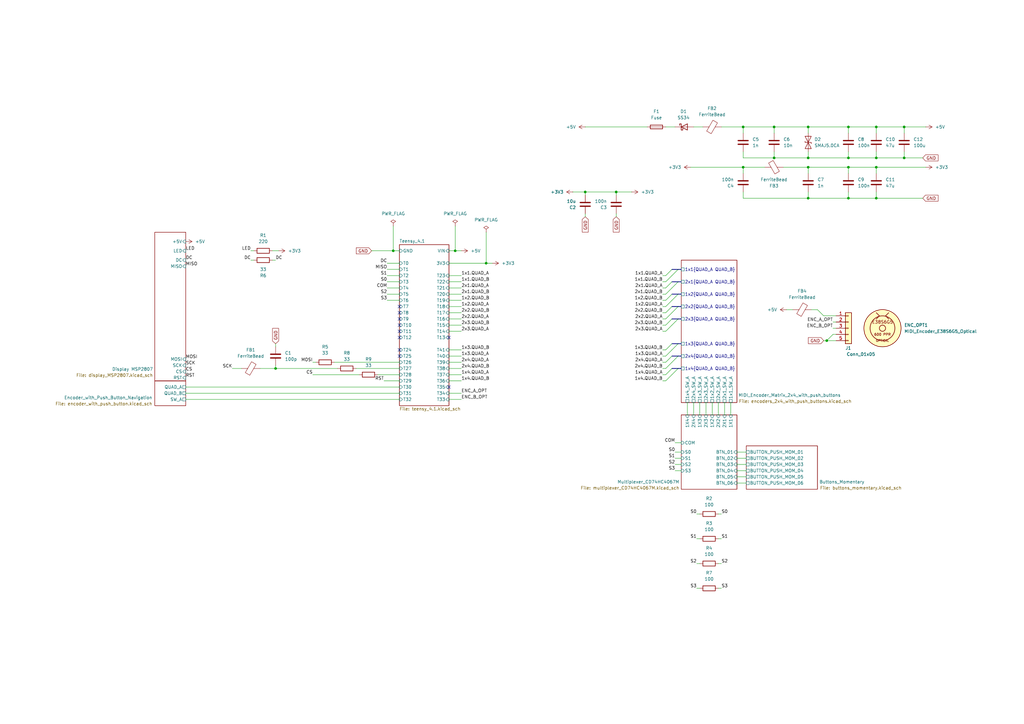
<source format=kicad_sch>
(kicad_sch (version 20250114) (generator "eeschema") (generator_version "9.0")
  (paper "A3")
  (title_block (title "PCB Principal - Contrôleur MIDI") (rev "v1.0"))
  (lib_symbols
    (symbol "Connector_Generic:Conn_01x05" (pin_names (offset 1.016) (hide yes))
      (property "Reference" "J" (at 0 7.62 0))
      (property "Value" "Conn_01x05" (at 0 -7.62 0))
      (symbol "Conn_01x05_1_1"
        (rectangle (start -1.27 6.35) (end 1.27 -6.35) (stroke (width 0.254)) (fill (type background)))
        (rectangle (start -1.27 5.207) (end 0 4.953) (stroke (width 0.1524)))
        (rectangle (start -1.27 2.667) (end 0 2.413) (stroke (width 0.1524)))
        (rectangle (start -1.27 0.127) (end 0 -0.127) (stroke (width 0.1524)))
        (rectangle (start -1.27 -2.413) (end 0 -2.667) (stroke (width 0.1524)))
        (rectangle (start -1.27 -4.953) (end 0 -5.207) (stroke (width 0.1524)))
        (pin passive line (at -5.08 5.08 0) (length 3.81) (name "Pin_1") (number "1"))
        (pin passive line (at -5.08 2.54 0) (length 3.81) (name "Pin_2") (number "2"))
        (pin passive line (at -5.08 0 0) (length 3.81) (name "Pin_3") (number "3"))
        (pin passive line (at -5.08 -2.54 0) (length 3.81) (name "Pin_4") (number "4"))
        (pin passive line (at -5.08 -5.08 0) (length 3.81) (name "Pin_5") (number "5"))
      )
    )
    (symbol "Device:C" (pin_numbers (hide yes)) (pin_names (offset 0.254))
      (property "Reference" "C" (at 0.635 2.54 0))
      (property "Value" "C" (at 0.635 -2.54 0))
      (symbol "C_0_1"
        (polyline (pts (xy -2.032 0.762) (xy 2.032 0.762)) (stroke (width 0.508)))
        (polyline (pts (xy -2.032 -0.762) (xy 2.032 -0.762)) (stroke (width 0.508)))
      )
      (symbol "C_1_1"
        (pin passive line (at 0 3.81 270) (length 2.794) (name "~") (number "1"))
        (pin passive line (at 0 -3.81 90) (length 2.794) (name "~") (number "2"))
      )
    )
    (symbol "Device:FerriteBead" (pin_numbers (hide yes)) (pin_names (offset 0))
      (property "Reference" "FB" (at -3.81 0.635 90))
      (property "Value" "FerriteBead" (at 3.81 0 90))
      (symbol "FerriteBead_0_1"
        (polyline (pts (xy -2.7686 0.4064) (xy -1.7018 2.2606) (xy 2.7686 -0.3048) (xy 1.6764 -2.159) (xy -2.7686 0.4064)))
        (polyline (pts (xy 0 1.27) (xy 0 1.2954)))
        (polyline (pts (xy 0 -1.27) (xy 0 -1.2192)))
      )
      (symbol "FerriteBead_1_1"
        (pin passive line (at 0 3.81 270) (length 2.54) (name "~") (number "1"))
        (pin passive line (at 0 -3.81 90) (length 2.54) (name "~") (number "2"))
      )
    )
    (symbol "Device:Fuse" (pin_numbers (hide yes)) (pin_names (offset 0))
      (property "Reference" "F" (at 2.032 0 90))
      (property "Value" "Fuse" (at -1.905 0 90))
      (symbol "Fuse_0_1"
        (rectangle (start -0.762 -2.54) (end 0.762 2.54) (stroke (width 0.254)))
        (polyline (pts (xy 0 2.54) (xy 0 -2.54)))
      )
      (symbol "Fuse_1_1"
        (pin passive line (at 0 3.81 270) (length 1.27) (name "~") (number "1"))
        (pin passive line (at 0 -3.81 90) (length 1.27) (name "~") (number "2"))
      )
    )
    (symbol "Device:R" (pin_numbers (hide yes)) (pin_names (offset 0))
      (property "Reference" "R" (at 2.032 0 90))
      (property "Value" "R" (at 0 0 90))
      (symbol "R_0_1"
        (rectangle (start -1.016 -2.54) (end 1.016 2.54) (stroke (width 0.254)))
      )
      (symbol "R_1_1"
        (pin passive line (at 0 3.81 270) (length 1.27) (name "~") (number "1"))
        (pin passive line (at 0 -3.81 90) (length 1.27) (name "~") (number "2"))
      )
    )
    (symbol "Diode:SMAJ5.0CA" (pin_numbers (hide yes)) (pin_names (offset 1.016) (hide yes))
      (property "Reference" "D" (at 0 2.54 0))
      (property "Value" "SMAJ5.0CA" (at 0 -2.54 0))
      (symbol "SMAJ5.0CA_0_1"
        (polyline (pts (xy -2.54 -1.27) (xy 0 0) (xy -2.54 1.27) (xy -2.54 -1.27)) (stroke (width 0.2032)))
        (polyline (pts (xy 0.508 1.27) (xy 0 1.27) (xy 0 -1.27) (xy -0.508 -1.27)) (stroke (width 0.2032)))
        (polyline (pts (xy 1.27 0) (xy -1.27 0)))
        (polyline (pts (xy 2.54 1.27) (xy 2.54 -1.27) (xy 0 0) (xy 2.54 1.27)) (stroke (width 0.2032)))
      )
      (symbol "SMAJ5.0CA_1_1"
        (pin passive line (at -3.81 0 0) (length 2.54) (name "A1") (number "1"))
        (pin passive line (at 3.81 0 180) (length 2.54) (name "A2") (number "2"))
      )
    )
    (symbol "Diode:SS34" (pin_numbers (hide yes)) (pin_names (offset 1.016) (hide yes))
      (property "Reference" "D" (at 0 2.54 0))
      (property "Value" "SS34" (at 0 -2.54 0))
      (symbol "SS34_0_1"
        (polyline (pts (xy -1.905 0.635) (xy -1.905 1.27) (xy -1.27 1.27) (xy -1.27 -1.27) (xy -0.635 -1.27) (xy -0.635 -0.635)) (stroke (width 0.254)))
        (polyline (pts (xy 1.27 1.27) (xy 1.27 -1.27) (xy -1.27 0) (xy 1.27 1.27)) (stroke (width 0.254)))
        (polyline (pts (xy 1.27 0) (xy -1.27 0)))
      )
      (symbol "SS34_1_1"
        (pin passive line (at -3.81 0 0) (length 2.54) (name "K") (number "1"))
        (pin passive line (at 3.81 0 180) (length 2.54) (name "A") (number "2"))
      )
    )
    (symbol "PCM_4ms_Power-symbol:PWR_FLAG" (power) (pin_numbers (hide yes)) (pin_names (offset 0) (hide yes))
      (property "Value" "PWR_FLAG" (at 0 3.81 0))
      (symbol "PWR_FLAG_0_0"
        (pin power_out line (at 0 0 90) (length 0) (name "pwr") (number "1"))
      )
      (symbol "PWR_FLAG_0_1"
        (polyline (pts (xy 0 0) (xy 0 1.27) (xy -1.016 1.905) (xy 0 2.54) (xy 1.016 1.905) (xy 0 1.27)))
      )
    )
    (symbol "midi_controller:MIDI_Encoder_E38S6G5_Optical" (pin_numbers (hide yes)) (pin_names (offset 1.016) (hide yes))
      (property "Reference" "ENC_OPT" (at 0 27.432 0))
      (property "Value" "MIDI_Encoder_E38S6G5_Optical" (at 0 24.892 0))
      (symbol "MIDI_Encoder_E38S6G5_Optical_0_1"
        (polyline (pts (xy -2.54 6.35) (xy -1.27 5.08) (xy -2.54 3.81)) (stroke (width 0.254)))
        (circle (center 0 0) (radius 1.27) (stroke (width 0.254)))
        (circle (center 0 0) (radius 5.08) (stroke (width 0.254)))
        (circle (center 0 0) (radius 7.62) (stroke (width 0.254)) (fill (type background)))
        (polyline (pts (xy 2.54 6.35) (xy 1.27 5.08) (xy 2.54 3.81)) (stroke (width 0.254)))
        (text "E38S6G5" (at 0 2.54 0) (effects (font (size 1.27 1.27))))
        (text "600 PPR" (at 0 -2.54 0) (effects (font (size 1.016 1.016))))
        (text "OPTICAL" (at 0 -5.08 0) (effects (font (size 0.889 0.889))))
      )
    )
    (symbol "power:+3V3" (power) (pin_numbers (hide yes)) (pin_names (offset 0) (hide yes))
      (property "Value" "+3V3" (at 0 3.556 0))
      (symbol "+3V3_0_1"
        (polyline (pts (xy -0.762 1.27) (xy 0 2.54)))
        (polyline (pts (xy 0 2.54) (xy 0.762 1.27)))
        (polyline (pts (xy 0 0) (xy 0 2.54)))
      )
      (symbol "+3V3_1_1"
        (pin power_in line (at 0 0 90) (length 0) (name "~") (number "1"))
      )
    )
    (symbol "power:+5V" (power) (pin_numbers (hide yes)) (pin_names (offset 0) (hide yes))
      (property "Value" "+5V" (at 0 3.556 0))
      (symbol "+5V_0_1"
        (polyline (pts (xy -0.762 1.27) (xy 0 2.54)))
        (polyline (pts (xy 0 2.54) (xy 0.762 1.27)))
        (polyline (pts (xy 0 0) (xy 0 2.54)))
      )
      (symbol "+5V_1_1"
        (pin power_in line (at 0 0 90) (length 0) (name "~") (number "1"))
      )
    )
  )
  (junction (at 331.47 64.77))
  (junction (at 359.41 52.07))
  (junction (at 359.41 81.28))
  (junction (at 240.03 78.74))
  (junction (at 347.98 81.28))
  (junction (at 370.84 64.77))
  (junction (at 347.98 64.77))
  (junction (at 186.69 102.87))
  (junction (at 317.5 64.77))
  (junction (at 317.5 52.07))
  (junction (at 252.73 78.74))
  (junction (at 347.98 68.58))
  (junction (at 331.47 52.07))
  (junction (at 359.41 68.58))
  (junction (at 359.41 64.77))
  (junction (at 370.84 52.07))
  (junction (at 331.47 81.28))
  (junction (at 339.09 139.7))
  (junction (at 199.39 107.95))
  (junction (at 331.47 68.58))
  (junction (at 304.8 52.07))
  (junction (at 347.98 52.07))
  (junction (at 304.8 68.58))
  (junction (at 161.29 102.87))
  (junction (at 113.03 151.13))
  (no_connect (at 184.15 138.43))
  (no_connect (at 163.83 128.27))
  (no_connect (at 163.83 146.05))
  (no_connect (at 184.15 158.75))
  (no_connect (at 163.83 135.89))
  (no_connect (at 163.83 133.35))
  (no_connect (at 163.83 130.81))
  (no_connect (at 163.83 143.51))
  (no_connect (at 163.83 138.43))
  (no_connect (at 163.83 125.73))
  (bus_entry (at 278.13 125.73) (size -2.54 2.54))
  (bus_entry (at 278.13 146.05) (size -2.54 2.54))
  (bus_entry (at 275.59 151.13) (size -2.54 2.54))
  (bus_entry (at 278.13 120.65) (size -2.54 2.54))
  (bus_entry (at 275.59 125.73) (size -2.54 2.54))
  (bus_entry (at 278.13 110.49) (size -2.54 2.54))
  (bus_entry (at 275.59 146.05) (size -2.54 2.54))
  (bus_entry (at 278.13 151.13) (size -2.54 2.54))
  (bus_entry (at 278.13 140.97) (size -2.54 2.54))
  (bus_entry (at 275.59 115.57) (size -2.54 2.54))
  (bus_entry (at 278.13 130.81) (size -2.54 2.54))
  (bus_entry (at 275.59 120.65) (size -2.54 2.54))
  (bus_entry (at 275.59 140.97) (size -2.54 2.54))
  (bus_entry (at 275.59 130.81) (size -2.54 2.54))
  (bus_entry (at 278.13 115.57) (size -2.54 2.54))
  (bus_entry (at 275.59 110.49) (size -2.54 2.54))
  (wire (pts (xy 337.82 139.7) (xy 339.09 139.7)))
  (wire (pts (xy 275.59 153.67) (xy 273.05 156.21)))
  (bus (pts (xy 278.13 110.49) (xy 279.4 110.49)))
  (wire (pts (xy 271.78 153.67) (xy 273.05 153.67)))
  (wire (pts (xy 158.75 110.49) (xy 163.83 110.49)))
  (wire (pts (xy 158.75 113.03) (xy 163.83 113.03)))
  (wire (pts (xy 199.39 95.25) (xy 199.39 107.95)))
  (wire (pts (xy 276.86 193.04) (xy 279.4 193.04)))
  (wire (pts (xy 114.3 102.87) (xy 111.76 102.87)))
  (wire (pts (xy 184.15 107.95) (xy 199.39 107.95)))
  (wire (pts (xy 304.8 68.58) (xy 304.8 71.12)))
  (wire (pts (xy 158.75 123.19) (xy 163.83 123.19)))
  (wire (pts (xy 341.63 132.08) (xy 342.9 132.08)))
  (wire (pts (xy 275.59 133.35) (xy 273.05 135.89)))
  (wire (pts (xy 370.84 64.77) (xy 378.46 64.77)))
  (wire (pts (xy 347.98 62.23) (xy 347.98 64.77)))
  (wire (pts (xy 302.26 195.58) (xy 306.07 195.58)))
  (wire (pts (xy 273.05 52.07) (xy 276.86 52.07)))
  (wire (pts (xy 332.74 127) (xy 335.28 127)))
  (wire (pts (xy 271.78 115.57) (xy 273.05 115.57)))
  (wire (pts (xy 113.03 151.13) (xy 138.43 151.13)))
  (wire (pts (xy 331.47 64.77) (xy 347.98 64.77)))
  (wire (pts (xy 271.78 135.89) (xy 273.05 135.89)))
  (wire (pts (xy 335.28 127) (xy 337.82 129.54)))
  (wire (pts (xy 184.15 151.13) (xy 189.23 151.13)))
  (wire (pts (xy 317.5 52.07) (xy 331.47 52.07)))
  (wire (pts (xy 186.69 102.87) (xy 189.23 102.87)))
  (wire (pts (xy 302.26 193.04) (xy 306.07 193.04)))
  (wire (pts (xy 240.03 80.01) (xy 240.03 78.74)))
  (wire (pts (xy 158.75 118.11) (xy 163.83 118.11)))
  (wire (pts (xy 304.8 68.58) (xy 313.69 68.58)))
  (wire (pts (xy 76.2 158.75) (xy 163.83 158.75)))
  (wire (pts (xy 359.41 62.23) (xy 359.41 64.77)))
  (bus (pts (xy 275.59 120.65) (xy 278.13 120.65)))
  (bus (pts (xy 275.59 151.13) (xy 278.13 151.13)))
  (wire (pts (xy 317.5 62.23) (xy 317.5 64.77)))
  (wire (pts (xy 302.26 185.42) (xy 306.07 185.42)))
  (wire (pts (xy 337.82 129.54) (xy 342.9 129.54)))
  (wire (pts (xy 370.84 62.23) (xy 370.84 64.77)))
  (wire (pts (xy 341.63 134.62) (xy 342.9 134.62)))
  (wire (pts (xy 289.56 165.1) (xy 289.56 170.18)))
  (wire (pts (xy 359.41 68.58) (xy 379.73 68.58)))
  (wire (pts (xy 317.5 52.07) (xy 317.5 54.61)))
  (wire (pts (xy 283.21 68.58) (xy 304.8 68.58)))
  (wire (pts (xy 113.03 106.68) (xy 111.76 106.68)))
  (wire (pts (xy 271.78 133.35) (xy 273.05 133.35)))
  (wire (pts (xy 341.63 137.16) (xy 339.09 139.7)))
  (wire (pts (xy 271.78 113.03) (xy 273.05 113.03)))
  (wire (pts (xy 271.78 151.13) (xy 273.05 151.13)))
  (wire (pts (xy 285.75 241.3) (xy 287.02 241.3)))
  (wire (pts (xy 370.84 52.07) (xy 370.84 54.61)))
  (wire (pts (xy 331.47 78.74) (xy 331.47 81.28)))
  (bus (pts (xy 278.13 120.65) (xy 279.4 120.65)))
  (wire (pts (xy 285.75 231.14) (xy 287.02 231.14)))
  (wire (pts (xy 347.98 52.07) (xy 359.41 52.07)))
  (wire (pts (xy 304.8 52.07) (xy 317.5 52.07)))
  (wire (pts (xy 275.59 148.59) (xy 273.05 151.13)))
  (wire (pts (xy 347.98 52.07) (xy 347.98 54.61)))
  (wire (pts (xy 276.86 185.42) (xy 279.4 185.42)))
  (wire (pts (xy 271.78 120.65) (xy 273.05 120.65)))
  (wire (pts (xy 287.02 210.82) (xy 285.75 210.82)))
  (wire (pts (xy 359.41 52.07) (xy 370.84 52.07)))
  (wire (pts (xy 146.05 151.13) (xy 163.83 151.13)))
  (wire (pts (xy 184.15 123.19) (xy 189.23 123.19)))
  (wire (pts (xy 276.86 181.61) (xy 279.4 181.61)))
  (wire (pts (xy 321.31 68.58) (xy 331.47 68.58)))
  (wire (pts (xy 252.73 80.01) (xy 252.73 78.74)))
  (wire (pts (xy 295.91 220.98) (xy 294.64 220.98)))
  (wire (pts (xy 128.27 153.67) (xy 147.32 153.67)))
  (wire (pts (xy 199.39 107.95) (xy 201.93 107.95)))
  (wire (pts (xy 152.4 102.87) (xy 161.29 102.87)))
  (wire (pts (xy 339.09 139.7) (xy 342.9 139.7)))
  (wire (pts (xy 252.73 88.9) (xy 252.73 87.63)))
  (wire (pts (xy 317.5 64.77) (xy 331.47 64.77)))
  (wire (pts (xy 240.03 88.9) (xy 240.03 87.63)))
  (wire (pts (xy 76.2 161.29) (xy 163.83 161.29)))
  (wire (pts (xy 304.8 62.23) (xy 304.8 64.77)))
  (wire (pts (xy 184.15 125.73) (xy 189.23 125.73)))
  (wire (pts (xy 284.48 165.1) (xy 284.48 170.18)))
  (wire (pts (xy 304.8 52.07) (xy 304.8 54.61)))
  (wire (pts (xy 271.78 143.51) (xy 273.05 143.51)))
  (wire (pts (xy 102.87 106.68) (xy 104.14 106.68)))
  (wire (pts (xy 275.59 113.03) (xy 273.05 115.57)))
  (wire (pts (xy 184.15 153.67) (xy 189.23 153.67)))
  (wire (pts (xy 271.78 130.81) (xy 273.05 130.81)))
  (wire (pts (xy 302.26 190.5) (xy 306.07 190.5)))
  (wire (pts (xy 347.98 81.28) (xy 359.41 81.28)))
  (wire (pts (xy 252.73 78.74) (xy 259.08 78.74)))
  (wire (pts (xy 322.58 127) (xy 325.12 127)))
  (wire (pts (xy 106.68 151.13) (xy 113.03 151.13)))
  (wire (pts (xy 275.59 143.51) (xy 273.05 146.05)))
  (wire (pts (xy 161.29 102.87) (xy 163.83 102.87)))
  (wire (pts (xy 113.03 149.86) (xy 113.03 151.13)))
  (wire (pts (xy 157.48 156.21) (xy 163.83 156.21)))
  (bus (pts (xy 278.13 140.97) (xy 279.4 140.97)))
  (wire (pts (xy 271.78 128.27) (xy 273.05 128.27)))
  (wire (pts (xy 184.15 118.11) (xy 189.23 118.11)))
  (bus (pts (xy 278.13 146.05) (xy 279.4 146.05)))
  (wire (pts (xy 359.41 64.77) (xy 370.84 64.77)))
  (wire (pts (xy 184.15 130.81) (xy 189.23 130.81)))
  (wire (pts (xy 287.02 165.1) (xy 287.02 170.18)))
  (bus (pts (xy 275.59 146.05) (xy 278.13 146.05)))
  (wire (pts (xy 276.86 187.96) (xy 279.4 187.96)))
  (bus (pts (xy 278.13 151.13) (xy 279.4 151.13)))
  (wire (pts (xy 184.15 115.57) (xy 189.23 115.57)))
  (wire (pts (xy 184.15 135.89) (xy 189.23 135.89)))
  (wire (pts (xy 304.8 64.77) (xy 317.5 64.77)))
  (wire (pts (xy 271.78 148.59) (xy 273.05 148.59)))
  (wire (pts (xy 186.69 92.71) (xy 186.69 102.87)))
  (wire (pts (xy 347.98 64.77) (xy 359.41 64.77)))
  (wire (pts (xy 331.47 62.23) (xy 331.47 64.77)))
  (wire (pts (xy 295.91 231.14) (xy 294.64 231.14)))
  (wire (pts (xy 304.8 81.28) (xy 304.8 78.74)))
  (wire (pts (xy 359.41 68.58) (xy 359.41 71.12)))
  (wire (pts (xy 359.41 81.28) (xy 378.46 81.28)))
  (wire (pts (xy 347.98 68.58) (xy 347.98 71.12)))
  (wire (pts (xy 331.47 52.07) (xy 347.98 52.07)))
  (wire (pts (xy 331.47 68.58) (xy 347.98 68.58)))
  (wire (pts (xy 275.59 123.19) (xy 273.05 125.73)))
  (wire (pts (xy 285.75 220.98) (xy 287.02 220.98)))
  (wire (pts (xy 292.1 165.1) (xy 292.1 170.18)))
  (wire (pts (xy 281.94 165.1) (xy 281.94 170.18)))
  (wire (pts (xy 276.86 190.5) (xy 279.4 190.5)))
  (wire (pts (xy 102.87 102.87) (xy 104.14 102.87)))
  (wire (pts (xy 240.03 78.74) (xy 252.73 78.74)))
  (wire (pts (xy 370.84 52.07) (xy 379.73 52.07)))
  (bus (pts (xy 278.13 125.73) (xy 279.4 125.73)))
  (wire (pts (xy 304.8 81.28) (xy 331.47 81.28)))
  (wire (pts (xy 302.26 198.12) (xy 306.07 198.12)))
  (wire (pts (xy 342.9 137.16) (xy 341.63 137.16)))
  (wire (pts (xy 271.78 146.05) (xy 273.05 146.05)))
  (bus (pts (xy 275.59 140.97) (xy 278.13 140.97)))
  (wire (pts (xy 95.25 151.13) (xy 99.06 151.13)))
  (bus (pts (xy 275.59 110.49) (xy 278.13 110.49)))
  (wire (pts (xy 302.26 187.96) (xy 306.07 187.96)))
  (wire (pts (xy 295.91 210.82) (xy 294.64 210.82)))
  (wire (pts (xy 331.47 81.28) (xy 347.98 81.28)))
  (wire (pts (xy 295.91 52.07) (xy 304.8 52.07)))
  (wire (pts (xy 184.15 133.35) (xy 189.23 133.35)))
  (wire (pts (xy 347.98 78.74) (xy 347.98 81.28)))
  (wire (pts (xy 275.59 128.27) (xy 273.05 130.81)))
  (wire (pts (xy 184.15 148.59) (xy 189.23 148.59)))
  (bus (pts (xy 278.13 115.57) (xy 279.4 115.57)))
  (bus (pts (xy 275.59 125.73) (xy 278.13 125.73)))
  (wire (pts (xy 331.47 68.58) (xy 331.47 71.12)))
  (wire (pts (xy 184.15 128.27) (xy 189.23 128.27)))
  (wire (pts (xy 359.41 78.74) (xy 359.41 81.28)))
  (wire (pts (xy 271.78 118.11) (xy 273.05 118.11)))
  (bus (pts (xy 275.59 115.57) (xy 278.13 115.57)))
  (wire (pts (xy 234.95 78.74) (xy 240.03 78.74)))
  (wire (pts (xy 184.15 120.65) (xy 189.23 120.65)))
  (bus (pts (xy 278.13 130.81) (xy 279.4 130.81)))
  (wire (pts (xy 275.59 118.11) (xy 273.05 120.65)))
  (wire (pts (xy 359.41 52.07) (xy 359.41 54.61)))
  (wire (pts (xy 331.47 52.07) (xy 331.47 54.61)))
  (wire (pts (xy 284.48 52.07) (xy 288.29 52.07)))
  (wire (pts (xy 158.75 120.65) (xy 163.83 120.65)))
  (wire (pts (xy 158.75 115.57) (xy 163.83 115.57)))
  (bus (pts (xy 275.59 130.81) (xy 278.13 130.81)))
  (wire (pts (xy 137.16 148.59) (xy 163.83 148.59)))
  (wire (pts (xy 271.78 123.19) (xy 273.05 123.19)))
  (wire (pts (xy 294.64 165.1) (xy 294.64 170.18)))
  (wire (pts (xy 161.29 92.71) (xy 161.29 102.87)))
  (wire (pts (xy 184.15 163.83) (xy 189.23 163.83)))
  (wire (pts (xy 113.03 140.97) (xy 113.03 142.24)))
  (wire (pts (xy 271.78 156.21) (xy 273.05 156.21)))
  (wire (pts (xy 184.15 146.05) (xy 189.23 146.05)))
  (wire (pts (xy 184.15 161.29) (xy 189.23 161.29)))
  (wire (pts (xy 184.15 102.87) (xy 186.69 102.87)))
  (wire (pts (xy 297.18 165.1) (xy 297.18 170.18)))
  (wire (pts (xy 76.2 163.83) (xy 163.83 163.83)))
  (wire (pts (xy 271.78 125.73) (xy 273.05 125.73)))
  (wire (pts (xy 184.15 113.03) (xy 189.23 113.03)))
  (wire (pts (xy 295.91 241.3) (xy 294.64 241.3)))
  (wire (pts (xy 240.03 52.07) (xy 265.43 52.07)))
  (wire (pts (xy 154.94 153.67) (xy 163.83 153.67)))
  (wire (pts (xy 158.75 107.95) (xy 163.83 107.95)))
  (wire (pts (xy 128.27 148.59) (xy 129.54 148.59)))
  (wire (pts (xy 184.15 143.51) (xy 189.23 143.51)))
  (wire (pts (xy 299.72 165.1) (xy 299.72 170.18)))
  (wire (pts (xy 347.98 68.58) (xy 359.41 68.58)))
  (wire (pts (xy 184.15 156.21) (xy 189.23 156.21)))
  (label "RST" (at 157.48 156.21 180))
  (label "S3" (at 276.86 193.04 180))
  (label "DC" (at 158.75 107.95 180))
  (label "S2" (at 295.91 231.14 0))
  (label "SCK" (at 95.25 151.13 180))
  (label "S0" (at 158.75 115.57 180))
  (label "S1" (at 285.75 220.98 180))
  (label "MOSI" (at 76.2 147.32 0))
  (label "DC" (at 102.87 106.68 180))
  (label "2x3.QUAD_A" (at 189.23 135.89 0))
  (label "2x3.QUAD_B" (at 189.23 133.35 0))
  (label "2x1.QUAD_B" (at 271.78 120.65 180))
  (label "S1" (at 158.75 113.03 180))
  (label "MOSI" (at 128.27 148.59 180))
  (label "S0" (at 276.86 185.42 180))
  (label "S3" (at 158.75 123.19 180))
  (label "1x1.QUAD_A" (at 271.78 113.03 180))
  (label "1x4.QUAD_B" (at 271.78 156.21 180))
  (label "CS" (at 76.2 152.4 0))
  (label "2x4.QUAD_B" (at 271.78 151.13 180))
  (label "2x1.QUAD_B" (at 189.23 120.65 0))
  (label "2x4.QUAD_B" (at 189.23 151.13 0))
  (label "1x2.QUAD_B" (at 271.78 123.19 180))
  (label "1x2.QUAD_B" (at 189.23 123.19 0))
  (label "LED" (at 102.87 102.87 180))
  (label "2x3.QUAD_B" (at 271.78 133.35 180))
  (label "2x2.QUAD_A" (at 189.23 130.81 0))
  (label "2x2.QUAD_B" (at 189.23 128.27 0))
  (label "2x2.QUAD_A" (at 271.78 130.81 180))
  (label "DC" (at 113.03 106.68 0))
  (label "S1" (at 276.86 187.96 180))
  (label "S3" (at 285.75 241.3 180))
  (label "MISO" (at 76.2 109.22 0))
  (label "2x4.QUAD_A" (at 271.78 148.59 180))
  (label "S2" (at 285.75 231.14 180))
  (label "1x1.QUAD_A" (at 189.23 113.03 0))
  (label "1x4.QUAD_A" (at 189.23 153.67 0))
  (label "COM" (at 276.86 181.61 180))
  (label "1x3.QUAD_B" (at 189.23 143.51 0))
  (label "1x3.QUAD_A" (at 189.23 146.05 0))
  (label "S2" (at 276.86 190.5 180))
  (label "1x1.QUAD_B" (at 271.78 115.57 180))
  (label "MISO" (at 158.75 110.49 180))
  (label "ENC_B_OPT" (at 189.23 163.83 0))
  (label "1x2.QUAD_A" (at 189.23 125.73 0))
  (label "2x3.QUAD_A" (at 271.78 135.89 180))
  (label "ENC_A_OPT" (at 189.23 161.29 0))
  (label "COM" (at 158.75 118.11 180))
  (label "S0" (at 295.91 210.82 0))
  (label "2x1.QUAD_A" (at 189.23 118.11 0))
  (label "CS" (at 128.27 153.67 180))
  (label "2x4.QUAD_A" (at 189.23 148.59 0))
  (label "DC" (at 76.2 106.68 0))
  (label "SCK" (at 76.2 149.86 0))
  (label "S1" (at 295.91 220.98 0))
  (label "2x1.QUAD_A" (at 271.78 118.11 180))
  (label "2x2.QUAD_B" (at 271.78 128.27 180))
  (label "ENC_A_OPT" (at 341.63 132.08 180))
  (label "RST" (at 76.2 154.94 0))
  (label "1x1.QUAD_B" (at 189.23 115.57 0))
  (label "S3" (at 295.91 241.3 0))
  (label "S2" (at 158.75 120.65 180))
  (label "1x3.QUAD_A" (at 271.78 146.05 180))
  (label "ENC_B_OPT" (at 341.63 134.62 180))
  (label "1x4.QUAD_A" (at 271.78 153.67 180))
  (label "S0" (at 285.75 210.82 180))
  (label "1x3.QUAD_B" (at 271.78 143.51 180))
  (label "LED" (at 76.2 102.87 0))
  (label "1x4.QUAD_B" (at 189.23 156.21 0))
  (label "1x2.QUAD_A" (at 271.78 125.73 180))
  (global_label "GND" (shape input) (at 378.46 81.28 0) (property "Intersheetrefs" "${INTERSHEET_REFS}" (effects (hide yes))))
  (global_label "GND" (shape input) (at 152.4 102.87 180) (property "Intersheetrefs" "${INTERSHEET_REFS}" (effects (hide yes))))
  (global_label "GND" (shape input) (at 240.03 88.9 270) (property "Intersheetrefs" "${INTERSHEET_REFS}" (effects (hide yes))))
  (global_label "GND" (shape input) (at 337.82 139.7 180) (property "Intersheetrefs" "${INTERSHEET_REFS}" (effects (hide yes))))
  (global_label "GND" (shape input) (at 252.73 88.9 270) (property "Intersheetrefs" "${INTERSHEET_REFS}" (effects (hide yes))))
  (global_label "GND" (shape input) (at 113.03 140.97 90) (property "Intersheetrefs" "${INTERSHEET_REFS}" (effects (hide yes))))
  (global_label "GND" (shape input) (at 378.46 64.77 0) (property "Intersheetrefs" "${INTERSHEET_REFS}" (effects (hide yes))))
  (symbol (lib_id "Diode:SMAJ5.0CA") (at 331.47 58.42 90) (unit 1)
    (property "Reference" "D2" (at 334.01 57.1499 90) (effects (justify right)))
    (property "Value" "SMAJ5.0CA" (at 334.01 59.6899 90) (effects (justify right)))
    (property "Footprint" "Diode_SMD:D_SMA" (effects (hide yes)))
    (property "Datasheet" "https://www.littelfuse.com/media?resourcetype=datasheets&itemid=75e32973-b177-4ee3-a0ff-cedaf1abdb93&filename=smaj-datasheet" (effects (hide yes)))
    (property "Description" "400W bidirectional Transient Voltage Suppressor, 5.0Vr, SMA(DO-214AC)" (effects (hide yes)))
  )
  (symbol (lib_id "Device:R") (at 142.24 151.13 90) (unit 1)
    (property "Reference" "R8" (at 142.24 144.78 90))
    (property "Value" "33" (at 142.24 147.32 90))
    (property "Footprint" "Resistor_SMD:R_0603_1608Metric" (effects (hide yes)))
    (property "Description" "Resistor" (effects (hide yes)))
  )
  (symbol (lib_id "power:+5V") (at 189.23 102.87 270) (unit 1)
    (property "Reference" "#PWR012" (effects (hide yes)))
    (property "Value" "+5V" (at 193.04 102.8699 90) (effects (justify left)))
    (property "Description" "Power symbol creates a global label with name \"+5V\"" (effects (hide yes)))
  )
  (symbol (lib_id "Device:R") (at 290.83 210.82 90) (unit 1)
    (property "Reference" "R2" (at 290.83 204.47 90))
    (property "Value" "100" (at 290.83 207.01 90))
    (property "Footprint" "Resistor_SMD:R_0603_1608Metric" (effects (hide yes)))
    (property "Description" "Resistor" (effects (hide yes)))
  )
  (symbol (lib_id "power:+3V3") (at 259.08 78.74 270) (mirror x) (unit 1)
    (property "Reference" "#PWR011" (effects (hide yes)))
    (property "Value" "+3V3" (at 262.89 78.7401 90) (effects (justify left)))
    (property "Description" "Power symbol creates a global label with name \"+3V3\"" (effects (hide yes)))
  )
  (symbol (lib_id "Device:C") (at 113.03 146.05 180) (unit 1)
    (property "Reference" "C1" (at 116.84 144.7799 0) (effects (justify right)))
    (property "Value" "100p" (at 116.84 147.3199 0) (effects (justify right)))
    (property "Footprint" "Capacitor_SMD:C_0603_1608Metric" (effects (hide yes)))
    (property "Description" "Unpolarized capacitor" (effects (hide yes)))
  )
  (symbol (lib_id "Device:FerriteBead") (at 292.1 52.07 90) (unit 1)
    (property "Reference" "FB2" (at 292.0492 44.45 90))
    (property "Value" "FerriteBead" (at 292.0492 46.99 90))
    (property "Footprint" "Inductor_SMD:L_0805_2012Metric" (effects (hide yes)))
    (property "Description" "Ferrite bead" (effects (hide yes)))
  )
  (symbol (lib_id "Device:R") (at 133.35 148.59 90) (unit 1)
    (property "Reference" "R5" (at 133.35 142.24 90))
    (property "Value" "33" (at 133.35 144.78 90))
    (property "Footprint" "Resistor_SMD:R_0603_1608Metric" (effects (hide yes)))
    (property "Description" "Resistor" (effects (hide yes)))
  )
  (symbol (lib_id "Device:R") (at 107.95 102.87 270) (mirror x) (unit 1)
    (property "Reference" "R1" (at 107.95 96.52 90))
    (property "Value" "220" (at 107.95 99.06 90))
    (property "Footprint" "Resistor_SMD:R_0603_1608Metric" (effects (hide yes)))
    (property "Description" "Resistor" (effects (hide yes)))
  )
  (symbol (lib_id "Device:R") (at 151.13 153.67 90) (unit 1)
    (property "Reference" "R9" (at 151.13 147.32 90))
    (property "Value" "33" (at 151.13 149.86 90))
    (property "Footprint" "Resistor_SMD:R_0603_1608Metric" (effects (hide yes)))
    (property "Description" "Resistor" (effects (hide yes)))
  )
  (symbol (lib_id "Device:R") (at 107.95 106.68 90) (mirror x) (unit 1)
    (property "Reference" "R6" (at 107.95 113.03 90))
    (property "Value" "33" (at 107.95 110.49 90))
    (property "Footprint" "Resistor_SMD:R_0603_1608Metric" (effects (hide yes)))
    (property "Description" "Resistor" (effects (hide yes)))
  )
  (symbol (lib_id "Device:C") (at 240.03 83.82 0) (unit 1)
    (property "Reference" "C2" (at 236.22 85.0901 0) (effects (justify right)))
    (property "Value" "10u" (at 236.22 82.5501 0) (effects (justify right)))
    (property "Footprint" "Capacitor_SMD:C_0805_2012Metric" (effects (hide yes)))
    (property "Description" "Unpolarized capacitor" (effects (hide yes)))
  )
  (symbol (lib_id "power:+3V3") (at 234.95 78.74 90) (mirror x) (unit 1)
    (property "Reference" "#PWR03" (effects (hide yes)))
    (property "Value" "+3V3" (at 231.14 78.7401 90) (effects (justify left)))
    (property "Description" "Power symbol creates a global label with name \"+3V3\"" (effects (hide yes)))
  )
  (symbol (lib_id "power:+3V3") (at 379.73 68.58 270) (unit 1)
    (property "Reference" "#PWR06" (effects (hide yes)))
    (property "Value" "+3V3" (at 383.54 68.5799 90) (effects (justify left)))
    (property "Description" "Power symbol creates a global label with name \"+3V3\"" (effects (hide yes)))
  )
  (symbol (lib_id "Device:R") (at 290.83 231.14 90) (unit 1)
    (property "Reference" "R4" (at 290.83 224.79 90))
    (property "Value" "100" (at 290.83 227.33 90))
    (property "Footprint" "Resistor_SMD:R_0603_1608Metric" (effects (hide yes)))
    (property "Description" "Resistor" (effects (hide yes)))
  )
  (symbol (lib_id "power:+3V3") (at 283.21 68.58 90) (unit 1)
    (property "Reference" "#PWR09" (effects (hide yes)))
    (property "Value" "+3V3" (at 279.4 68.5799 90) (effects (justify left)))
    (property "Description" "Power symbol creates a global label with name \"+3V3\"" (effects (hide yes)))
  )
  (symbol (lib_id "PCM_4ms_Power-symbol:PWR_FLAG") (at 161.29 92.71 0) (unit 1)
    (property "Reference" "#FLG01" (effects (hide yes)))
    (property "Value" "PWR_FLAG" (at 161.29 87.63 0))
  )
  (symbol (lib_id "Device:FerriteBead") (at 102.87 151.13 90) (unit 1)
    (property "Reference" "FB1" (at 102.8192 143.51 90))
    (property "Value" "FerriteBead" (at 102.8192 146.05 90))
    (property "Footprint" "Inductor_SMD:L_0805_2012Metric" (effects (hide yes)))
    (property "Description" "Ferrite bead" (effects (hide yes)))
  )
  (symbol (lib_id "Device:C") (at 347.98 74.93 0) (unit 1)
    (property "Reference" "C9" (at 351.79 73.6599 0) (effects (justify left)))
    (property "Value" "100n" (at 351.79 76.1999 0) (effects (justify left)))
    (property "Footprint" "Capacitor_SMD:C_0805_2012Metric" (effects (hide yes)))
    (property "Description" "Unpolarized capacitor" (effects (hide yes)))
  )
  (symbol (lib_id "Device:C") (at 347.98 58.42 0) (unit 1)
    (property "Reference" "C8" (at 351.79 57.1499 0) (effects (justify left)))
    (property "Value" "100n" (at 351.79 59.6899 0) (effects (justify left)))
    (property "Footprint" "Capacitor_SMD:C_0805_2012Metric" (effects (hide yes)))
    (property "Description" "Unpolarized capacitor" (effects (hide yes)))
  )
  (symbol (lib_id "power:+5V") (at 240.03 52.07 90) (unit 1)
    (property "Reference" "#PWR013" (effects (hide yes)))
    (property "Value" "+5V" (at 236.22 52.0699 90) (effects (justify left)))
    (property "Description" "Power symbol creates a global label with name \"+5V\"" (effects (hide yes)))
  )
  (symbol (lib_id "Device:C") (at 359.41 74.93 0) (unit 1)
    (property "Reference" "C11" (at 363.22 73.6599 0) (effects (justify left)))
    (property "Value" "47u" (at 363.22 76.1999 0) (effects (justify left)))
    (property "Footprint" "Capacitor_SMD:C_1206_3216Metric" (effects (hide yes)))
    (property "Description" "Unpolarized capacitor" (effects (hide yes)))
  )
  (symbol (lib_id "Device:C") (at 252.73 83.82 0) (unit 1)
    (property "Reference" "C3" (at 248.92 85.0901 0) (effects (justify right)))
    (property "Value" "100n" (at 248.92 82.5501 0) (effects (justify right)))
    (property "Footprint" "Capacitor_SMD:C_0603_1608Metric" (effects (hide yes)))
    (property "Description" "Unpolarized capacitor" (effects (hide yes)))
  )
  (symbol (lib_id "power:+5V") (at 76.2 99.06 270) (unit 1)
    (property "Reference" "#PWR01" (effects (hide yes)))
    (property "Value" "+5V" (at 80.01 99.0599 90) (effects (justify left)))
    (property "Description" "Power symbol creates a global label with name \"+5V\"" (effects (hide yes)))
  )
  (symbol (lib_id "Device:FerriteBead") (at 328.93 127 270) (unit 1)
    (property "Reference" "FB4" (at 328.9808 119.38 90))
    (property "Value" "FerriteBead" (at 328.9808 121.92 90))
    (property "Footprint" "Inductor_SMD:L_0805_2012Metric" (effects (hide yes)))
    (property "Description" "Ferrite bead" (effects (hide yes)))
  )
  (symbol (lib_id "power:+5V") (at 379.73 52.07 270) (unit 1)
    (property "Reference" "#PWR05" (effects (hide yes)))
    (property "Value" "+5V" (at 383.54 52.0699 90) (effects (justify left)))
    (property "Description" "Power symbol creates a global label with name \"+5V\"" (effects (hide yes)))
  )
  (symbol (lib_id "Device:C") (at 317.5 58.42 0) (unit 1)
    (property "Reference" "C6" (at 321.31 57.1499 0) (effects (justify left)))
    (property "Value" "10n" (at 321.31 59.6899 0) (effects (justify left)))
    (property "Footprint" "Capacitor_SMD:C_0603_1608Metric" (effects (hide yes)))
    (property "Description" "Unpolarized capacitor" (effects (hide yes)))
  )
  (symbol (lib_id "midi_controller:MIDI_Encoder_E38S6G5_Optical") (at 361.95 134.62 0) (unit 1)
    (property "Reference" "ENC_OPT1" (at 370.84 133.3499 0) (effects (justify left)))
    (property "Value" "MIDI_Encoder_E38S6G5_Optical" (at 370.84 135.8899 0) (effects (justify left)))
    (property "Footprint" "midi_controller:E38S6G5_Optical_Encoder" (effects (hide yes)))
    (property "Description" "E38S6G5 Series Optical Rotary Encoder, 600 pulses/revolution, Open Collector NPN output" (effects (hide yes)))
  )
  (symbol (lib_id "Device:R") (at 290.83 220.98 90) (unit 1)
    (property "Reference" "R3" (at 290.83 214.63 90))
    (property "Value" "100" (at 290.83 217.17 90))
    (property "Footprint" "Resistor_SMD:R_0603_1608Metric" (effects (hide yes)))
    (property "Description" "Resistor" (effects (hide yes)))
  )
  (symbol (lib_id "Device:FerriteBead") (at 317.5 68.58 90) (mirror x) (unit 1)
    (property "Reference" "FB3" (at 317.4492 76.2 90))
    (property "Value" "FerriteBead" (at 317.4492 73.66 90))
    (property "Footprint" "Inductor_SMD:L_0805_2012Metric" (effects (hide yes)))
    (property "Description" "Ferrite bead" (effects (hide yes)))
  )
  (symbol (lib_id "power:+5V") (at 322.58 127 90) (unit 1)
    (property "Reference" "#PWR04" (effects (hide yes)))
    (property "Value" "+5V" (at 318.77 126.9999 90) (effects (justify left)))
    (property "Description" "Power symbol creates a global label with name \"+5V\"" (effects (hide yes)))
  )
  (symbol (lib_id "power:+3V3") (at 201.93 107.95 270) (unit 1)
    (property "Reference" "#PWR010" (effects (hide yes)))
    (property "Value" "+3V3" (at 205.74 107.9499 90) (effects (justify left)))
    (property "Description" "Power symbol creates a global label with name \"+3V3\"" (effects (hide yes)))
  )
  (symbol (lib_id "Device:C") (at 359.41 58.42 0) (unit 1)
    (property "Reference" "C10" (at 363.22 57.1499 0) (effects (justify left)))
    (property "Value" "47u" (at 363.22 59.6899 0) (effects (justify left)))
    (property "Footprint" "Capacitor_SMD:C_1206_3216Metric" (effects (hide yes)))
    (property "Description" "Unpolarized capacitor" (effects (hide yes)))
  )
  (symbol (lib_id "Device:C") (at 304.8 58.42 0) (unit 1)
    (property "Reference" "C5" (at 308.61 57.1499 0) (effects (justify left)))
    (property "Value" "1n" (at 308.61 59.6899 0) (effects (justify left)))
    (property "Footprint" "Capacitor_SMD:C_0603_1608Metric" (effects (hide yes)))
    (property "Description" "Unpolarized capacitor" (effects (hide yes)))
  )
  (symbol (lib_id "Connector_Generic:Conn_01x05") (at 347.98 134.62 0) (unit 1)
    (property "Reference" "J1" (at 346.71 142.748 0) (effects (justify left)))
    (property "Value" "Conn_01x05" (at 347.218 145.288 0) (effects (justify left)))
    (property "Footprint" "Connector_JST:JST_XH_B5B-XH-A_1x05_P2.50mm_Vertical" (effects (hide yes)))
    (property "Description" "Generic connector, single row, 01x05, script generated (kicad-library-utils/schlib/autogen/connector/)" (effects (hide yes)))
  )
  (symbol (lib_id "PCM_4ms_Power-symbol:PWR_FLAG") (at 199.39 95.25 0) (unit 1)
    (property "Reference" "#FLG03" (effects (hide yes)))
    (property "Value" "PWR_FLAG" (at 199.39 90.17 0))
  )
  (symbol (lib_id "Device:R") (at 290.83 241.3 90) (unit 1)
    (property "Reference" "R7" (at 290.83 234.95 90))
    (property "Value" "100" (at 290.83 237.49 90))
    (property "Footprint" "Resistor_SMD:R_0603_1608Metric" (effects (hide yes)))
    (property "Description" "Resistor" (effects (hide yes)))
  )
  (symbol (lib_id "Device:Fuse") (at 269.24 52.07 90) (unit 1)
    (property "Reference" "F1" (at 269.24 45.72 90))
    (property "Value" "Fuse" (at 269.24 48.26 90))
    (property "Footprint" "Fuse:Fuse_0805_2012Metric" (effects (hide yes)))
    (property "Description" "Fuse" (effects (hide yes)))
  )
  (symbol (lib_id "Device:C") (at 331.47 74.93 0) (unit 1)
    (property "Reference" "C7" (at 335.28 73.6599 0) (effects (justify left)))
    (property "Value" "1n" (at 335.28 76.1999 0) (effects (justify left)))
    (property "Footprint" "Capacitor_SMD:C_0603_1608Metric" (effects (hide yes)))
    (property "Description" "Unpolarized capacitor" (effects (hide yes)))
  )
  (symbol (lib_id "power:+3V3") (at 114.3 102.87 270) (unit 1)
    (property "Reference" "#PWR02" (effects (hide yes)))
    (property "Value" "+3V3" (at 118.11 102.8699 90) (effects (justify left)))
    (property "Description" "Power symbol creates a global label with name \"+3V3\"" (effects (hide yes)))
  )
  (symbol (lib_id "PCM_4ms_Power-symbol:PWR_FLAG") (at 186.69 92.71 0) (unit 1)
    (property "Reference" "#FLG02" (effects (hide yes)))
    (property "Value" "PWR_FLAG" (at 186.69 87.63 0))
  )
  (symbol (lib_id "Device:C") (at 370.84 58.42 0) (unit 1)
    (property "Reference" "C12" (at 374.65 57.1499 0) (effects (justify left)))
    (property "Value" "100u" (at 374.65 59.6899 0) (effects (justify left)))
    (property "Footprint" "Capacitor_SMD:C_1210_3225Metric" (effects (hide yes)))
    (property "Description" "Unpolarized capacitor" (effects (hide yes)))
  )
  (symbol (lib_id "Device:C") (at 304.8 74.93 0) (unit 1)
    (property "Reference" "C4" (at 300.99 76.2001 0) (effects (justify right)))
    (property "Value" "100n" (at 300.99 73.6601 0) (effects (justify right)))
    (property "Footprint" "Capacitor_SMD:C_0603_1608Metric" (effects (hide yes)))
    (property "Description" "Unpolarized capacitor" (effects (hide yes)))
  )
  (symbol (lib_id "Diode:SS34") (at 280.67 52.07 0) (unit 1)
    (property "Reference" "D1" (at 280.3525 45.72 0))
    (property "Value" "SS34" (at 280.3525 48.26 0))
    (property "Footprint" "Diode_SMD:D_SMA" (effects (hide yes)))
    (property "Datasheet" "https://www.vishay.com/docs/88751/ss32.pdf" (effects (hide yes)))
    (property "Description" "40V 3A Schottky Diode, SMA" (effects (hide yes)))
  )
  (sheet (at 279.4 170.18) (size 22.86 30.48) (stroke (width 0.1524))
    (property "Sheetname" "Multiplexer_CD74HC4067M" (at 278.638 198.374 0) (effects (justify right bottom)))
    (property "Sheetfile" "multiplexer_CD74HC4067M.kicad_sch" (at 278.638 199.39 0) (effects (justify right top)))
    (pin "1X1" input (at 299.72 170.18 90))
    (pin "1X2" input (at 292.1 170.18 90))
    (pin "1X3" input (at 287.02 170.18 90))
    (pin "1X4" input (at 281.94 170.18 90))
    (pin "2X1" input (at 297.18 170.18 90))
    (pin "2X2" input (at 294.64 170.18 90))
    (pin "2X3" input (at 289.56 170.18 90))
    (pin "2X4" input (at 284.48 170.18 90))
    (pin "BTN_01" input (at 302.26 185.42 0))
    (pin "BTN_02" input (at 302.26 187.96 0))
    (pin "BTN_03" input (at 302.26 190.5 0))
    (pin "BTN_04" input (at 302.26 193.04 0))
    (pin "BTN_05" input (at 302.26 195.58 0))
    (pin "BTN_06" input (at 302.26 198.12 0))
    (pin "COM" input (at 279.4 181.61 180))
    (pin "S0" input (at 279.4 185.42 180))
    (pin "S1" input (at 279.4 187.96 180))
    (pin "S2" input (at 279.4 190.5 180))
    (pin "S3" input (at 279.4 193.04 180))
  )
  (sheet (at 163.83 100.33) (size 20.32 66.04) (stroke (width 0.1524))
    (property "Sheetname" "Teensy_4.1" (at 163.83 99.6184 0) (effects (justify left bottom)))
    (property "Sheetfile" "teensy_4.1.kicad_sch" (at 163.83 166.9546 0) (effects (justify left top)))
    (pin "3V3" input (at 184.15 107.95 0))
    (pin "GND" input (at 163.83 102.87 180))
    (pin "T0" input (at 163.83 107.95 180))
    (pin "T1" input (at 163.83 110.49 180))
    (pin "T2" input (at 163.83 113.03 180))
    (pin "T3" input (at 163.83 115.57 180))
    (pin "T4" input (at 163.83 118.11 180))
    (pin "T5" input (at 163.83 120.65 180))
    (pin "T6" input (at 163.83 123.19 180))
    (pin "T7" input (at 163.83 125.73 180))
    (pin "T8" input (at 163.83 128.27 180))
    (pin "T9" input (at 163.83 130.81 180))
    (pin "T10" input (at 163.83 133.35 180))
    (pin "T11" input (at 163.83 135.89 180))
    (pin "T12" input (at 163.83 138.43 180))
    (pin "T13" input (at 184.15 138.43 0))
    (pin "T14" input (at 184.15 135.89 0))
    (pin "T15" input (at 184.15 133.35 0))
    (pin "T16" input (at 184.15 130.81 0))
    (pin "T17" input (at 184.15 128.27 0))
    (pin "T18" input (at 184.15 125.73 0))
    (pin "T19" input (at 184.15 123.19 0))
    (pin "T20" input (at 184.15 120.65 0))
    (pin "T21" input (at 184.15 118.11 0))
    (pin "T22" input (at 184.15 115.57 0))
    (pin "T23" input (at 184.15 113.03 0))
    (pin "T24" input (at 163.83 143.51 180))
    (pin "T25" input (at 163.83 146.05 180))
    (pin "T26" input (at 163.83 148.59 180))
    (pin "T27" input (at 163.83 151.13 180))
    (pin "T28" input (at 163.83 153.67 180))
    (pin "T29" input (at 163.83 156.21 180))
    (pin "T30" input (at 163.83 158.75 180))
    (pin "T31" input (at 163.83 161.29 180))
    (pin "T32" input (at 163.83 163.83 180))
    (pin "T33" input (at 184.15 163.83 0))
    (pin "T34" input (at 184.15 161.29 0))
    (pin "T35" input (at 184.15 158.75 0))
    (pin "T36" input (at 184.15 156.21 0))
    (pin "T37" input (at 184.15 153.67 0))
    (pin "T38" input (at 184.15 151.13 0))
    (pin "T39" input (at 184.15 148.59 0))
    (pin "T40" input (at 184.15 146.05 0))
    (pin "T41" input (at 184.15 143.51 0))
    (pin "VIN" input (at 184.15 102.87 0))
  )
  (sheet (at 279.4 106.68) (size 22.86 58.42) (stroke (width 0.1524))
    (property "Sheetname" "MIDI_Encoder_Matrix_2x4_with_push_buttons" (at 302.768 162.814 0) (effects (justify left bottom)))
    (property "Sheetfile" "encoders_2x4_with_push_buttons.kicad_sch" (at 303.022 163.83 0) (effects (justify left top)))
    (pin "2x2{QUAD_A QUAD_B}" passive (at 279.4 125.73 180))
    (pin "2x3{QUAD_A QUAD_B}" passive (at 279.4 130.81 180))
    (pin "2x1{QUAD_A QUAD_B}" passive (at 279.4 115.57 180))
    (pin "1x4{QUAD_A QUAD_B}" passive (at 279.4 151.13 180))
    (pin "1x3{QUAD_A QUAD_B}" passive (at 279.4 140.97 180))
    (pin "2x4{QUAD_A QUAD_B}" passive (at 279.4 146.05 180))
    (pin "2x4_SW_A" passive (at 284.48 165.1 270))
    (pin "2x1_SW_A" passive (at 297.18 165.1 270))
    (pin "1x2_SW_A" passive (at 292.1 165.1 270))
    (pin "1x4_SW_A" passive (at 281.94 165.1 270))
    (pin "1x1_SW_A" passive (at 299.72 165.1 270))
    (pin "1x3_SW_A" passive (at 287.02 165.1 270))
    (pin "2x2_SW_A" passive (at 294.64 165.1 270))
    (pin "2x3_SW_A" passive (at 289.56 165.1 270))
    (pin "1x1{QUAD_A QUAD_B}" passive (at 279.4 110.49 180))
    (pin "1x2{QUAD_A QUAD_B}" passive (at 279.4 120.65 180))
  )
  (sheet (at 306.07 182.88) (size 29.21 17.78) (stroke (width 0.1524))
    (property "Sheetname" "Buttons_Momentary" (at 336.042 198.374 0) (effects (justify left bottom)))
    (property "Sheetfile" "buttons_momentary.kicad_sch" (at 336.296 199.39 0) (effects (justify left top)))
    (pin "BUTTON_PUSH_MOM_04" passive (at 306.07 193.04 180))
    (pin "BUTTON_PUSH_MOM_02" passive (at 306.07 187.96 180))
    (pin "BUTTON_PUSH_MOM_03" passive (at 306.07 190.5 180))
    (pin "BUTTON_PUSH_MOM_01" passive (at 306.07 185.42 180))
    (pin "BUTTON_PUSH_MOM_05" passive (at 306.07 195.58 180))
    (pin "BUTTON_PUSH_MOM_06" passive (at 306.07 198.12 180))
  )
  (sheet (at 63.5 95.25) (size 12.7 60.96) (stroke (width 0.1524))
    (property "Sheetname" "Display MSP2807" (at 62.738 152.146 0) (effects (justify right bottom)))
    (property "Sheetfile" "display_MSP2807.kicad_sch" (at 62.738 153.162 0) (effects (justify right top)))
    (pin "+5V" input (at 76.2 99.06 0))
    (pin "CS" input (at 76.2 152.4 0))
    (pin "DC" input (at 76.2 106.68 0))
    (pin "LED" input (at 76.2 102.87 0))
    (pin "MISO" input (at 76.2 109.22 0))
    (pin "MOSI" input (at 76.2 147.32 0))
    (pin "RST" input (at 76.2 154.94 0))
    (pin "SCK" input (at 76.2 149.86 0))
  )
  (sheet (at 63.5 156.21) (size 12.7 10.16) (stroke (width 0.1524))
    (property "Sheetname" "Encoder_with_Push_Button_Navigation" (at 62.484 163.83 0) (effects (justify right bottom)))
    (property "Sheetfile" "encoder_with_push_button.kicad_sch" (at 62.484 164.846 0) (effects (justify right top)))
    (pin "SW_A" passive (at 76.2 163.83 0))
    (pin "QUAD_B" passive (at 76.2 161.29 0))
    (pin "QUAD_A" passive (at 76.2 158.75 0))
  )
)
</source>
